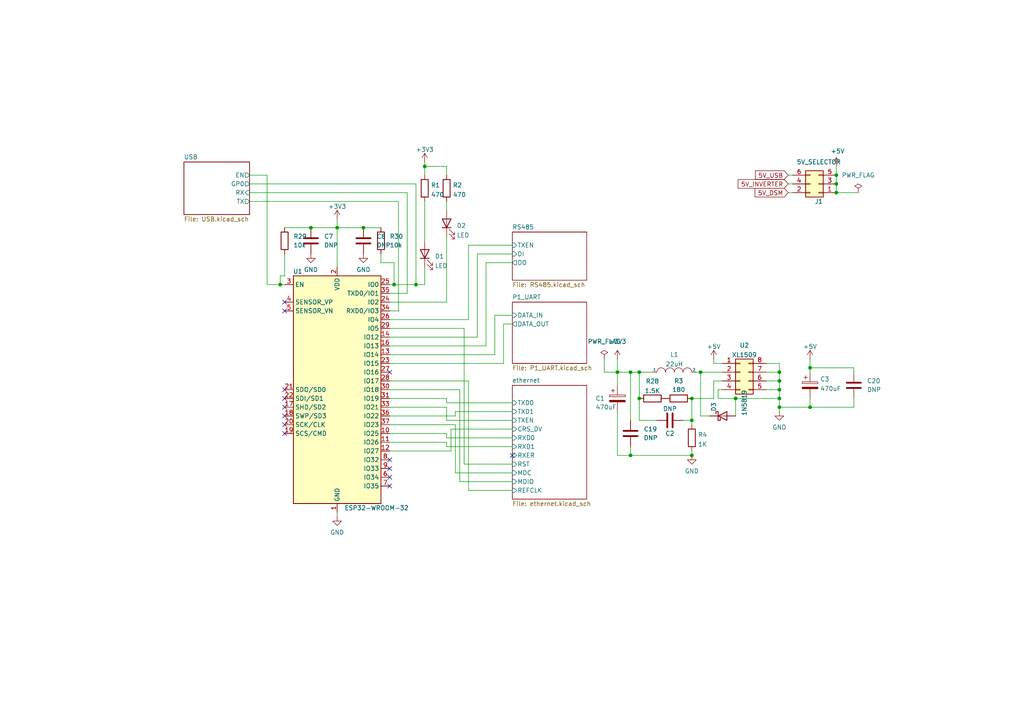
<source format=kicad_sch>
(kicad_sch (version 20211123) (generator eeschema)
  (paper "A4")
  (lib_symbols
    (symbol "Connector_Generic:Conn_02x03_Odd_Even" (pin_names (offset 1.016) hide)
      (property "Reference" "J" (at 1.27 5.08 0))
      (property "Value" "Conn_02x03_Odd_Even" (at 1.27 -5.08 0))
      (symbol "Conn_02x03_Odd_Even_1_1"
        (rectangle (start -1.27 -2.413) (end 0 -2.667) (stroke (width 0.1524)))
        (rectangle (start -1.27 0.127) (end 0 -0.127) (stroke (width 0.1524)))
        (rectangle (start -1.27 2.667) (end 0 2.413) (stroke (width 0.1524)))
        (rectangle (start -1.27 3.81) (end 3.81 -3.81) (stroke (width 0.254)) (fill (type background)))
        (rectangle (start 3.81 -2.413) (end 2.54 -2.667) (stroke (width 0.1524)))
        (rectangle (start 3.81 0.127) (end 2.54 -0.127) (stroke (width 0.1524)))
        (rectangle (start 3.81 2.667) (end 2.54 2.413) (stroke (width 0.1524)))
        (pin passive line (at -5.08 2.54 0) (length 3.81) (name "Pin_1") (number "1"))
        (pin passive line (at 7.62 2.54 180) (length 3.81) (name "Pin_2") (number "2"))
        (pin passive line (at -5.08 0 0) (length 3.81) (name "Pin_3") (number "3"))
        (pin passive line (at 7.62 0 180) (length 3.81) (name "Pin_4") (number "4"))
        (pin passive line (at -5.08 -2.54 0) (length 3.81) (name "Pin_5") (number "5"))
        (pin passive line (at 7.62 -2.54 180) (length 3.81) (name "Pin_6") (number "6"))
      )
    )
    (symbol "Connector_Generic:Conn_02x04_Counter_Clockwise" (pin_names (offset 1.016) hide)
      (property "Reference" "J" (at 1.27 5.08 0))
      (property "Value" "Conn_02x04_Counter_Clockwise" (at 1.27 -7.62 0))
      (symbol "Conn_02x04_Counter_Clockwise_1_1"
        (rectangle (start -1.27 -4.953) (end 0 -5.207) (stroke (width 0.1524)))
        (rectangle (start -1.27 -2.413) (end 0 -2.667) (stroke (width 0.1524)))
        (rectangle (start -1.27 0.127) (end 0 -0.127) (stroke (width 0.1524)))
        (rectangle (start -1.27 2.667) (end 0 2.413) (stroke (width 0.1524)))
        (rectangle (start -1.27 3.81) (end 3.81 -6.35) (stroke (width 0.254)) (fill (type background)))
        (rectangle (start 3.81 -4.953) (end 2.54 -5.207) (stroke (width 0.1524)))
        (rectangle (start 3.81 -2.413) (end 2.54 -2.667) (stroke (width 0.1524)))
        (rectangle (start 3.81 0.127) (end 2.54 -0.127) (stroke (width 0.1524)))
        (rectangle (start 3.81 2.667) (end 2.54 2.413) (stroke (width 0.1524)))
        (pin passive line (at -5.08 2.54 0) (length 3.81) (name "Pin_1") (number "1"))
        (pin passive line (at -5.08 0 0) (length 3.81) (name "Pin_2") (number "2"))
        (pin passive line (at -5.08 -2.54 0) (length 3.81) (name "Pin_3") (number "3"))
        (pin passive line (at -5.08 -5.08 0) (length 3.81) (name "Pin_4") (number "4"))
        (pin passive line (at 7.62 -5.08 180) (length 3.81) (name "Pin_5") (number "5"))
        (pin passive line (at 7.62 -2.54 180) (length 3.81) (name "Pin_6") (number "6"))
        (pin passive line (at 7.62 0 180) (length 3.81) (name "Pin_7") (number "7"))
        (pin passive line (at 7.62 2.54 180) (length 3.81) (name "Pin_8") (number "8"))
      )
    )
    (symbol "Device:C" (pin_numbers hide) (pin_names (offset 0.254))
      (property "Reference" "C" (at 0.635 2.54 0))
      (property "Value" "C" (at 0.635 -2.54 0))
      (symbol "C_0_1"
        (polyline (pts (xy -2.032 -0.762) (xy 2.032 -0.762)) (stroke (width 0.508)))
        (polyline (pts (xy -2.032 0.762) (xy 2.032 0.762)) (stroke (width 0.508)))
      )
      (symbol "C_1_1"
        (pin passive line (at 0 3.81 270) (length 2.794) (name "~") (number "1"))
        (pin passive line (at 0 -3.81 90) (length 2.794) (name "~") (number "2"))
      )
    )
    (symbol "Device:C_Polarized" (pin_numbers hide) (pin_names (offset 0.254))
      (property "Reference" "C" (at 0.635 2.54 0))
      (property "Value" "C_Polarized" (at 0.635 -2.54 0))
      (symbol "C_Polarized_0_1"
        (rectangle (start -2.286 0.508) (end 2.286 1.016))
        (polyline (pts (xy -1.778 2.286) (xy -0.762 2.286)))
        (polyline (pts (xy -1.27 2.794) (xy -1.27 1.778)))
        (rectangle (start 2.286 -0.508) (end -2.286 -1.016) (fill (type outline)))
      )
      (symbol "C_Polarized_1_1"
        (pin passive line (at 0 3.81 270) (length 2.794) (name "~") (number "1"))
        (pin passive line (at 0 -3.81 90) (length 2.794) (name "~") (number "2"))
      )
    )
    (symbol "Device:LED" (pin_numbers hide) (pin_names (offset 1.016) hide)
      (property "Reference" "D" (at 0 2.54 0))
      (property "Value" "LED" (at 0 -2.54 0))
      (symbol "LED_0_1"
        (polyline (pts (xy -1.27 -1.27) (xy -1.27 1.27)) (stroke (width 0.254)))
        (polyline (pts (xy -1.27 0) (xy 1.27 0)))
        (polyline (pts (xy 1.27 -1.27) (xy 1.27 1.27) (xy -1.27 0) (xy 1.27 -1.27)) (stroke (width 0.254)))
        (polyline (pts (xy -3.048 -0.762) (xy -4.572 -2.286) (xy -3.81 -2.286) (xy -4.572 -2.286) (xy -4.572 -1.524)))
        (polyline (pts (xy -1.778 -0.762) (xy -3.302 -2.286) (xy -2.54 -2.286) (xy -3.302 -2.286) (xy -3.302 -1.524)))
      )
      (symbol "LED_1_1"
        (pin passive line (at -3.81 0 0) (length 2.54) (name "K") (number "1"))
        (pin passive line (at 3.81 0 180) (length 2.54) (name "A") (number "2"))
      )
    )
    (symbol "Device:R" (pin_numbers hide) (pin_names (offset 0))
      (property "Reference" "R" (at 2.032 0 90))
      (property "Value" "R" (at 0 0 90))
      (symbol "R_0_1"
        (rectangle (start -1.016 -2.54) (end 1.016 2.54) (stroke (width 0.254)))
      )
      (symbol "R_1_1"
        (pin passive line (at 0 3.81 270) (length 1.27) (name "~") (number "1"))
        (pin passive line (at 0 -3.81 90) (length 1.27) (name "~") (number "2"))
      )
    )
    (symbol "Diode:1N5819" (pin_numbers hide) (pin_names (offset 1.016) hide)
      (property "Reference" "D" (at 0 2.54 0))
      (property "Value" "1N5819" (at 0 -2.54 0))
      (symbol "1N5819_0_1"
        (polyline (pts (xy 1.27 0) (xy -1.27 0)))
        (polyline (pts (xy 1.27 1.27) (xy 1.27 -1.27) (xy -1.27 0) (xy 1.27 1.27)) (stroke (width 0.254)))
        (polyline (pts (xy -1.905 0.635) (xy -1.905 1.27) (xy -1.27 1.27) (xy -1.27 -1.27) (xy -0.635 -1.27) (xy -0.635 -0.635)) (stroke (width 0.254)))
      )
      (symbol "1N5819_1_1"
        (pin passive line (at -3.81 0 0) (length 2.54) (name "K") (number "1"))
        (pin passive line (at 3.81 0 180) (length 2.54) (name "A") (number "2"))
      )
    )
    (symbol "RF_Module:ESP32-WROOM-32"
      (property "Reference" "U" (at -12.7 34.29 0))
      (property "Value" "ESP32-WROOM-32" (at 1.27 34.29 0))
      (symbol "ESP32-WROOM-32_0_1"
        (rectangle (start -12.7 33.02) (end 12.7 -33.02) (stroke (width 0.254)) (fill (type background)))
      )
      (symbol "ESP32-WROOM-32_1_1"
        (pin power_in line (at 0 -35.56 90) (length 2.54) (name "GND") (number "1"))
        (pin bidirectional line (at 15.24 -12.7 180) (length 2.54) (name "IO25") (number "10"))
        (pin bidirectional line (at 15.24 -15.24 180) (length 2.54) (name "IO26") (number "11"))
        (pin bidirectional line (at 15.24 -17.78 180) (length 2.54) (name "IO27") (number "12"))
        (pin bidirectional line (at 15.24 10.16 180) (length 2.54) (name "IO14") (number "13"))
        (pin bidirectional line (at 15.24 15.24 180) (length 2.54) (name "IO12") (number "14"))
        (pin passive line (at 0 -35.56 90) (length 2.54) hide (name "GND") (number "15"))
        (pin bidirectional line (at 15.24 12.7 180) (length 2.54) (name "IO13") (number "16"))
        (pin bidirectional line (at -15.24 -5.08 0) (length 2.54) (name "SHD/SD2") (number "17"))
        (pin bidirectional line (at -15.24 -7.62 0) (length 2.54) (name "SWP/SD3") (number "18"))
        (pin bidirectional line (at -15.24 -12.7 0) (length 2.54) (name "SCS/CMD") (number "19"))
        (pin power_in line (at 0 35.56 270) (length 2.54) (name "VDD") (number "2"))
        (pin bidirectional line (at -15.24 -10.16 0) (length 2.54) (name "SCK/CLK") (number "20"))
        (pin bidirectional line (at -15.24 0 0) (length 2.54) (name "SDO/SD0") (number "21"))
        (pin bidirectional line (at -15.24 -2.54 0) (length 2.54) (name "SDI/SD1") (number "22"))
        (pin bidirectional line (at 15.24 7.62 180) (length 2.54) (name "IO15") (number "23"))
        (pin bidirectional line (at 15.24 25.4 180) (length 2.54) (name "IO2") (number "24"))
        (pin bidirectional line (at 15.24 30.48 180) (length 2.54) (name "IO0") (number "25"))
        (pin bidirectional line (at 15.24 20.32 180) (length 2.54) (name "IO4") (number "26"))
        (pin bidirectional line (at 15.24 5.08 180) (length 2.54) (name "IO16") (number "27"))
        (pin bidirectional line (at 15.24 2.54 180) (length 2.54) (name "IO17") (number "28"))
        (pin bidirectional line (at 15.24 17.78 180) (length 2.54) (name "IO5") (number "29"))
        (pin input line (at -15.24 30.48 0) (length 2.54) (name "EN") (number "3"))
        (pin bidirectional line (at 15.24 0 180) (length 2.54) (name "IO18") (number "30"))
        (pin bidirectional line (at 15.24 -2.54 180) (length 2.54) (name "IO19") (number "31"))
        (pin no_connect line (at -12.7 -27.94 0) (length 2.54) hide (name "NC") (number "32"))
        (pin bidirectional line (at 15.24 -5.08 180) (length 2.54) (name "IO21") (number "33"))
        (pin bidirectional line (at 15.24 22.86 180) (length 2.54) (name "RXD0/IO3") (number "34"))
        (pin bidirectional line (at 15.24 27.94 180) (length 2.54) (name "TXD0/IO1") (number "35"))
        (pin bidirectional line (at 15.24 -7.62 180) (length 2.54) (name "IO22") (number "36"))
        (pin bidirectional line (at 15.24 -10.16 180) (length 2.54) (name "IO23") (number "37"))
        (pin passive line (at 0 -35.56 90) (length 2.54) hide (name "GND") (number "38"))
        (pin passive line (at 0 -35.56 90) (length 2.54) hide (name "GND") (number "39"))
        (pin input line (at -15.24 25.4 0) (length 2.54) (name "SENSOR_VP") (number "4"))
        (pin input line (at -15.24 22.86 0) (length 2.54) (name "SENSOR_VN") (number "5"))
        (pin input line (at 15.24 -25.4 180) (length 2.54) (name "IO34") (number "6"))
        (pin input line (at 15.24 -27.94 180) (length 2.54) (name "IO35") (number "7"))
        (pin bidirectional line (at 15.24 -20.32 180) (length 2.54) (name "IO32") (number "8"))
        (pin bidirectional line (at 15.24 -22.86 180) (length 2.54) (name "IO33") (number "9"))
      )
    )
    (symbol "power:+3.3V" (power) (pin_names (offset 0))
      (property "Value" "+3.3V" (at 0 3.556 0))
      (symbol "+3.3V_0_1"
        (polyline (pts (xy -0.762 1.27) (xy 0 2.54)))
        (polyline (pts (xy 0 0) (xy 0 2.54)))
        (polyline (pts (xy 0 2.54) (xy 0.762 1.27)))
      )
      (symbol "+3.3V_1_1"
        (pin power_in line (at 0 0 90) (length 0) hide (name "+3V3") (number "1"))
      )
    )
    (symbol "power:+5V" (power) (pin_names (offset 0))
      (property "Value" "+5V" (at 0 3.556 0))
      (symbol "+5V_0_1"
        (polyline (pts (xy -0.762 1.27) (xy 0 2.54)))
        (polyline (pts (xy 0 0) (xy 0 2.54)))
        (polyline (pts (xy 0 2.54) (xy 0.762 1.27)))
      )
      (symbol "+5V_1_1"
        (pin power_in line (at 0 0 90) (length 0) hide (name "+5V") (number "1"))
      )
    )
    (symbol "power:GND" (power) (pin_names (offset 0))
      (property "Value" "GND" (at 0 -3.81 0))
      (symbol "GND_0_1"
        (polyline (pts (xy 0 0) (xy 0 -1.27) (xy 1.27 -1.27) (xy 0 -2.54) (xy -1.27 -1.27) (xy 0 -1.27)))
      )
      (symbol "GND_1_1"
        (pin power_in line (at 0 0 270) (length 0) hide (name "GND") (number "1"))
      )
    )
    (symbol "power:PWR_FLAG" (power) (pin_numbers hide) (pin_names (offset 0) hide)
      (property "Value" "PWR_FLAG" (at 0 3.81 0))
      (symbol "PWR_FLAG_0_0"
        (pin power_out line (at 0 0 90) (length 0) (name "pwr") (number "1"))
      )
      (symbol "PWR_FLAG_0_1"
        (polyline (pts (xy 0 0) (xy 0 1.27) (xy -1.016 1.905) (xy 0 2.54) (xy 1.016 1.905) (xy 0 1.27)))
      )
    )
    (symbol "pspice:INDUCTOR" (pin_numbers hide) (pin_names (offset 0))
      (property "Reference" "L" (at 0 2.54 0))
      (property "Value" "INDUCTOR" (at 0 -1.27 0))
      (symbol "INDUCTOR_0_1"
        (arc (start -2.54 0) (mid -3.81 1.27) (end -5.08 0))
        (arc (start 0 0) (mid -1.27 1.27) (end -2.54 0))
        (arc (start 2.54 0) (mid 1.27 1.27) (end 0 0))
        (arc (start 5.08 0) (mid 3.81 1.27) (end 2.54 0))
      )
      (symbol "INDUCTOR_1_1"
        (pin input line (at -6.35 0 0) (length 1.27) (name "1") (number "1"))
        (pin input line (at 6.35 0 180) (length 1.27) (name "2") (number "2"))
      )
    )
  )
  (junction (at 226.06 118.11))
  (junction (at 182.88 132.08))
  (junction (at 242.57 50.8))
  (junction (at 182.88 107.95))
  (junction (at 226.06 110.49))
  (junction (at 234.95 106.68))
  (junction (at 105.41 66.04))
  (junction (at 226.06 115.57))
  (junction (at 203.2 107.95))
  (junction (at 123.19 48.26))
  (junction (at 97.79 66.04))
  (junction (at 90.17 66.04))
  (junction (at 226.06 107.95))
  (junction (at 120.65 82.55))
  (junction (at 242.57 53.34))
  (junction (at 185.42 107.95))
  (junction (at 185.42 115.57))
  (junction (at 226.06 113.03))
  (junction (at 179.07 107.95))
  (junction (at 200.66 121.92))
  (junction (at 213.36 115.57))
  (junction (at 81.28 82.55))
  (junction (at 234.95 118.11))
  (junction (at 114.3 82.55))
  (junction (at 200.66 132.08))
  (junction (at 242.57 55.88))
  (junction (at 200.66 115.57))
  (no_connect (at 148.59 132.08))
  (no_connect (at 113.03 133.35))
  (no_connect (at 113.03 135.89))
  (no_connect (at 113.03 140.97))
  (no_connect (at 113.03 138.43))
  (no_connect (at 82.55 123.19))
  (no_connect (at 82.55 125.73))
  (no_connect (at 113.03 107.95))
  (no_connect (at 82.55 113.03))
  (no_connect (at 82.55 115.57))
  (no_connect (at 82.55 118.11))
  (no_connect (at 82.55 120.65))
  (no_connect (at 82.55 87.63))
  (no_connect (at 82.55 90.17))
  (wire (pts (xy 113.03 105.41) (xy 146.05 105.41)))
  (wire (pts (xy 129.54 116.84) (xy 129.54 115.57)))
  (wire (pts (xy 129.54 87.63) (xy 113.03 87.63)))
  (wire (pts (xy 72.39 58.42) (xy 115.57 58.42)))
  (wire (pts (xy 123.19 77.47) (xy 123.19 82.55)))
  (wire (pts (xy 148.59 142.24) (xy 135.89 142.24)))
  (wire (pts (xy 203.2 120.65) (xy 203.2 107.95)))
  (wire (pts (xy 113.03 110.49) (xy 135.89 110.49)))
  (wire (pts (xy 146.05 93.98) (xy 148.59 93.98)))
  (wire (pts (xy 148.59 134.62) (xy 134.62 134.62)))
  (wire (pts (xy 148.59 91.44) (xy 143.51 91.44)))
  (wire (pts (xy 203.2 107.95) (xy 209.55 107.95)))
  (wire (pts (xy 148.59 139.7) (xy 133.35 139.7)))
  (wire (pts (xy 118.11 85.09) (xy 113.03 85.09)))
  (wire (pts (xy 234.95 106.68) (xy 247.65 106.68)))
  (wire (pts (xy 228.6 50.8) (xy 229.87 50.8)))
  (wire (pts (xy 113.03 123.19) (xy 132.08 123.19)))
  (wire (pts (xy 135.89 71.12) (xy 148.59 71.12)))
  (wire (pts (xy 226.06 107.95) (xy 226.06 110.49)))
  (wire (pts (xy 182.88 132.08) (xy 200.66 132.08)))
  (wire (pts (xy 140.97 76.2) (xy 148.59 76.2)))
  (wire (pts (xy 115.57 58.42) (xy 115.57 90.17)))
  (wire (pts (xy 222.25 113.03) (xy 226.06 113.03)))
  (wire (pts (xy 140.97 100.33) (xy 140.97 76.2)))
  (wire (pts (xy 129.54 127) (xy 129.54 125.73)))
  (wire (pts (xy 130.81 130.81) (xy 113.03 130.81)))
  (wire (pts (xy 247.65 115.57) (xy 247.65 118.11)))
  (wire (pts (xy 209.55 110.49) (xy 207.01 110.49)))
  (wire (pts (xy 129.54 121.92) (xy 148.59 121.92)))
  (wire (pts (xy 209.55 113.03) (xy 208.28 113.03)))
  (wire (pts (xy 242.57 53.34) (xy 242.57 55.88)))
  (wire (pts (xy 234.95 106.68) (xy 234.95 107.95)))
  (wire (pts (xy 226.06 105.41) (xy 226.06 107.95)))
  (wire (pts (xy 129.54 125.73) (xy 113.03 125.73)))
  (wire (pts (xy 143.51 91.44) (xy 143.51 102.87)))
  (wire (pts (xy 226.06 110.49) (xy 226.06 113.03)))
  (wire (pts (xy 120.65 53.34) (xy 120.65 82.55)))
  (wire (pts (xy 82.55 80.01) (xy 81.28 80.01)))
  (wire (pts (xy 132.08 119.38) (xy 132.08 120.65)))
  (wire (pts (xy 182.88 107.95) (xy 179.07 107.95)))
  (wire (pts (xy 77.47 82.55) (xy 81.28 82.55)))
  (wire (pts (xy 208.28 115.57) (xy 213.36 115.57)))
  (wire (pts (xy 213.36 115.57) (xy 226.06 115.57)))
  (wire (pts (xy 205.74 120.65) (xy 203.2 120.65)))
  (wire (pts (xy 72.39 53.34) (xy 120.65 53.34)))
  (wire (pts (xy 72.39 55.88) (xy 118.11 55.88)))
  (wire (pts (xy 200.66 130.81) (xy 200.66 132.08)))
  (wire (pts (xy 81.28 80.01) (xy 81.28 82.55)))
  (wire (pts (xy 148.59 119.38) (xy 132.08 119.38)))
  (wire (pts (xy 97.79 66.04) (xy 105.41 66.04)))
  (wire (pts (xy 148.59 73.66) (xy 138.43 73.66)))
  (wire (pts (xy 175.26 104.14) (xy 175.26 107.95)))
  (wire (pts (xy 130.81 124.46) (xy 130.81 130.81)))
  (wire (pts (xy 175.26 107.95) (xy 179.07 107.95)))
  (wire (pts (xy 222.25 107.95) (xy 226.06 107.95)))
  (wire (pts (xy 118.11 55.88) (xy 118.11 85.09)))
  (wire (pts (xy 113.03 92.71) (xy 135.89 92.71)))
  (wire (pts (xy 201.93 107.95) (xy 203.2 107.95)))
  (wire (pts (xy 134.62 95.25) (xy 113.03 95.25)))
  (wire (pts (xy 114.3 76.2) (xy 114.3 82.55)))
  (wire (pts (xy 123.19 48.26) (xy 123.19 50.8)))
  (wire (pts (xy 129.54 48.26) (xy 129.54 50.8)))
  (wire (pts (xy 115.57 90.17) (xy 113.03 90.17)))
  (wire (pts (xy 242.57 50.8) (xy 242.57 53.34)))
  (wire (pts (xy 207.01 105.41) (xy 209.55 105.41)))
  (wire (pts (xy 200.66 115.57) (xy 207.01 115.57)))
  (wire (pts (xy 132.08 123.19) (xy 132.08 137.16)))
  (wire (pts (xy 110.49 73.66) (xy 110.49 76.2)))
  (wire (pts (xy 226.06 118.11) (xy 234.95 118.11)))
  (wire (pts (xy 133.35 139.7) (xy 133.35 113.03)))
  (wire (pts (xy 135.89 110.49) (xy 135.89 142.24)))
  (wire (pts (xy 185.42 107.95) (xy 185.42 115.57)))
  (wire (pts (xy 132.08 137.16) (xy 148.59 137.16)))
  (wire (pts (xy 200.66 121.92) (xy 200.66 123.19)))
  (wire (pts (xy 182.88 107.95) (xy 182.88 121.92)))
  (wire (pts (xy 148.59 116.84) (xy 129.54 116.84)))
  (wire (pts (xy 138.43 97.79) (xy 113.03 97.79)))
  (wire (pts (xy 208.28 113.03) (xy 208.28 115.57)))
  (wire (pts (xy 179.07 132.08) (xy 182.88 132.08)))
  (wire (pts (xy 81.28 82.55) (xy 82.55 82.55)))
  (wire (pts (xy 189.23 107.95) (xy 185.42 107.95)))
  (wire (pts (xy 72.39 50.8) (xy 77.47 50.8)))
  (wire (pts (xy 113.03 118.11) (xy 129.54 118.11)))
  (wire (pts (xy 234.95 115.57) (xy 234.95 118.11)))
  (wire (pts (xy 179.07 107.95) (xy 179.07 111.76)))
  (wire (pts (xy 207.01 110.49) (xy 207.01 115.57)))
  (wire (pts (xy 242.57 48.26) (xy 242.57 50.8)))
  (wire (pts (xy 148.59 127) (xy 129.54 127)))
  (wire (pts (xy 129.54 118.11) (xy 129.54 121.92)))
  (wire (pts (xy 120.65 82.55) (xy 114.3 82.55)))
  (wire (pts (xy 132.08 120.65) (xy 113.03 120.65)))
  (wire (pts (xy 105.41 66.04) (xy 110.49 66.04)))
  (wire (pts (xy 129.54 68.58) (xy 129.54 87.63)))
  (wire (pts (xy 143.51 102.87) (xy 113.03 102.87)))
  (wire (pts (xy 247.65 118.11) (xy 234.95 118.11)))
  (wire (pts (xy 148.59 129.54) (xy 129.54 129.54)))
  (wire (pts (xy 185.42 121.92) (xy 190.5 121.92)))
  (wire (pts (xy 179.07 119.38) (xy 179.07 132.08)))
  (wire (pts (xy 113.03 100.33) (xy 140.97 100.33)))
  (wire (pts (xy 185.42 107.95) (xy 182.88 107.95)))
  (wire (pts (xy 226.06 113.03) (xy 226.06 115.57)))
  (wire (pts (xy 247.65 106.68) (xy 247.65 107.95)))
  (wire (pts (xy 228.6 53.34) (xy 229.87 53.34)))
  (wire (pts (xy 213.36 115.57) (xy 213.36 120.65)))
  (wire (pts (xy 226.06 118.11) (xy 226.06 119.38)))
  (wire (pts (xy 129.54 58.42) (xy 129.54 60.96)))
  (wire (pts (xy 114.3 82.55) (xy 113.03 82.55)))
  (wire (pts (xy 234.95 104.14) (xy 234.95 106.68)))
  (wire (pts (xy 185.42 115.57) (xy 185.42 121.92)))
  (wire (pts (xy 146.05 105.41) (xy 146.05 93.98)))
  (wire (pts (xy 135.89 92.71) (xy 135.89 71.12)))
  (wire (pts (xy 207.01 104.14) (xy 207.01 105.41)))
  (wire (pts (xy 198.12 121.92) (xy 200.66 121.92)))
  (wire (pts (xy 97.79 66.04) (xy 97.79 77.47)))
  (wire (pts (xy 138.43 73.66) (xy 138.43 97.79)))
  (wire (pts (xy 222.25 105.41) (xy 226.06 105.41)))
  (wire (pts (xy 123.19 48.26) (xy 129.54 48.26)))
  (wire (pts (xy 82.55 66.04) (xy 90.17 66.04)))
  (wire (pts (xy 123.19 46.99) (xy 123.19 48.26)))
  (wire (pts (xy 182.88 129.54) (xy 182.88 132.08)))
  (wire (pts (xy 97.79 63.5) (xy 97.79 66.04)))
  (wire (pts (xy 123.19 82.55) (xy 120.65 82.55)))
  (wire (pts (xy 134.62 134.62) (xy 134.62 95.25)))
  (wire (pts (xy 226.06 115.57) (xy 226.06 118.11)))
  (wire (pts (xy 77.47 50.8) (xy 77.47 82.55)))
  (wire (pts (xy 129.54 129.54) (xy 129.54 128.27)))
  (wire (pts (xy 129.54 128.27) (xy 113.03 128.27)))
  (wire (pts (xy 222.25 110.49) (xy 226.06 110.49)))
  (wire (pts (xy 228.6 55.88) (xy 229.87 55.88)))
  (wire (pts (xy 123.19 58.42) (xy 123.19 69.85)))
  (wire (pts (xy 82.55 73.66) (xy 82.55 80.01)))
  (wire (pts (xy 129.54 115.57) (xy 113.03 115.57)))
  (wire (pts (xy 179.07 104.14) (xy 179.07 107.95)))
  (wire (pts (xy 242.57 55.88) (xy 248.92 55.88)))
  (wire (pts (xy 133.35 113.03) (xy 113.03 113.03)))
  (wire (pts (xy 97.79 148.59) (xy 97.79 149.86)))
  (wire (pts (xy 200.66 115.57) (xy 200.66 121.92)))
  (wire (pts (xy 148.59 124.46) (xy 130.81 124.46)))
  (wire (pts (xy 90.17 66.04) (xy 97.79 66.04)))
  (wire (pts (xy 110.49 76.2) (xy 114.3 76.2)))
  (global_label "5V_USB" (shape input) (at 228.6 50.8 180) (property "Intersheet References" "${INTERSHEET_REFS}" (effects hide)))
  (global_label "5V_DSM" (shape input) (at 228.6 55.88 180) (property "Intersheet References" "${INTERSHEET_REFS}" (effects hide)))
  (global_label "5V_INVERTER" (shape input) (at 228.6 53.34 180) (property "Intersheet References" "${INTERSHEET_REFS}" (effects hide)))
  (symbol (lib_id "RF_Module:ESP32-WROOM-32") (at 97.79 113.03 0) (unit 1)
    (property "Reference" "U1" (at 86.36 78.74 0))
    (property "Value" "ESP32-WROOM-32" (at 109.22 147.32 0))
    (property "Footprint" "RF_Module:ESP32-WROOM-32" (effects hide))
    (property "Datasheet" "https://www.espressif.com/sites/default/files/documentation/esp32-wroom-32_datasheet_en.pdf" (effects hide))
    (property "LCSC" "C82899" (effects hide))
    (property "JLCPCB_CORRECTION" "0; 0.8; 270" (effects hide))
  )
  (symbol (lib_id "Connector_Generic:Conn_02x03_Odd_Even") (at 237.49 53.34 180) (unit 1)
    (property "Reference" "J1" (at 237.49 58.42 0))
    (property "Value" "5V_SELECTOR" (at 237.49 46.99 0))
    (property "Footprint" "Connector_PinHeader_2.54mm:PinHeader_2x03_P2.54mm_Horizontal" (effects hide))
  )
  (symbol (lib_id "power:+5V") (at 242.57 48.26 0) (unit 1)
    (property "Reference" "#PWR0101" (effects hide))
    (property "Value" "+5V" (at 242.951 43.8658 0))
  )
  (symbol (lib_id "Device:C") (at 247.65 111.76 0) (unit 1)
    (property "Reference" "C20" (at 251.46 110.4899 0) (effects (justify left)))
    (property "Value" "DNP" (at 251.46 113.0299 0) (effects (justify left)))
    (property "Footprint" "Capacitor_SMD:C_0603_1608Metric" (effects hide))
  )
  (symbol (lib_id "Device:R") (at 110.49 69.85 0) (unit 1)
    (property "Reference" "R30" (at 113.03 68.5799 0) (effects (justify left)))
    (property "Value" "10k" (at 113.03 71.1199 0) (effects (justify left)))
    (property "Footprint" "Resistor_SMD:R_0603_1608Metric" (effects hide))
  )
  (symbol (lib_id "Device:R") (at 200.66 127 0) (unit 1)
    (property "Reference" "R4" (at 202.438 126.0915 0) (effects (justify left)))
    (property "Value" "1K" (at 202.438 128.8666 0) (effects (justify left)))
    (property "Footprint" "Resistor_SMD:R_0603_1608Metric" (effects hide))
    (property "LCSC" "C21190" (effects hide))
  )
  (symbol (lib_id "Device:C") (at 105.41 69.85 0) (unit 1)
    (property "Reference" "C8" (at 109.22 68.5799 0) (effects (justify left)))
    (property "Value" "DNP" (at 109.22 71.1199 0) (effects (justify left)))
    (property "Footprint" "Capacitor_SMD:C_0603_1608Metric" (effects hide))
  )
  (symbol (lib_id "power:+3.3V") (at 123.19 46.99 0) (unit 1)
    (property "Reference" "#PWR0103" (effects hide))
    (property "Value" "+3.3V" (at 123.19 43.3855 0))
  )
  (symbol (lib_id "power:GND") (at 90.17 73.66 0) (unit 1)
    (property "Reference" "#PWR0144" (effects hide))
    (property "Value" "GND" (at 90.17 78.2225 0))
  )
  (symbol (lib_id "power:GND") (at 200.66 132.08 0) (unit 1)
    (property "Reference" "#PWR0105" (effects hide))
    (property "Value" "GND" (at 200.66 136.6425 0))
  )
  (symbol (lib_id "pspice:INDUCTOR") (at 195.58 107.95 0) (unit 1)
    (property "Reference" "L1" (at 195.58 102.8405 0))
    (property "Value" "22uH" (at 195.58 105.6156 0))
    (property "Footprint" "Inductor_SMD:L_Taiyo-Yuden_NR-40xx" (effects hide))
    (property "LCSC" "C83472" (effects hide))
  )
  (symbol (lib_id "power:GND") (at 97.79 149.86 0) (unit 1)
    (property "Reference" "#PWR0141" (effects hide))
    (property "Value" "GND" (at 97.79 154.4225 0))
  )
  (symbol (lib_id "power:+3.3V") (at 179.07 104.14 0) (unit 1)
    (property "Reference" "#PWR0140" (effects hide))
    (property "Value" "+3.3V" (at 179.07 99.06 0))
  )
  (symbol (lib_id "power:+5V") (at 234.95 104.14 0) (unit 1)
    (property "Reference" "#PWR0102" (effects hide))
    (property "Value" "+5V" (at 234.95 100.5355 0))
  )
  (symbol (lib_id "power:PWR_FLAG") (at 175.26 104.14 0) (unit 1)
    (property "Reference" "#FLG0102" (effects hide))
    (property "Value" "PWR_FLAG" (at 175.26 99.06 0))
  )
  (symbol (lib_id "Device:R") (at 129.54 54.61 0) (unit 1)
    (property "Reference" "R2" (at 131.318 53.7015 0) (effects (justify left)))
    (property "Value" "470" (at 131.318 56.4766 0) (effects (justify left)))
    (property "Footprint" "Resistor_SMD:R_0603_1608Metric" (effects hide))
    (property "LCSC" "C23179" (effects hide))
  )
  (symbol (lib_id "Diode:1N5819") (at 209.55 120.65 0) (unit 1)
    (property "Reference" "D3" (at 207.01 119.38 90) (effects (justify left)))
    (property "Value" "1N5819" (at 215.9 120.65 90) (effects (justify left)))
    (property "Footprint" "Diode_SMD:D_SOD-323" (effects hide))
    (property "Datasheet" "http://www.vishay.com/docs/88525/1n5817.pdf" (effects hide))
    (property "LCSC" "C191023" (effects hide))
  )
  (symbol (lib_id "Connector_Generic:Conn_02x04_Counter_Clockwise") (at 214.63 107.95 0) (unit 1)
    (property "Reference" "U2" (at 215.9 100.1735 0))
    (property "Value" "XL1509" (at 215.9 102.9486 0))
    (property "Footprint" "Package_SO:SOP-8_3.9x4.9mm_P1.27mm" (effects hide))
    (property "LCSC" "C74192" (effects hide))
    (property "JLCPCB_CORRECTION" "0; 0; 270" (effects hide))
  )
  (symbol (lib_id "power:GND") (at 226.06 119.38 0) (unit 1)
    (property "Reference" "#PWR0104" (effects hide))
    (property "Value" "GND" (at 226.06 123.9425 0))
  )
  (symbol (lib_id "Device:C_Polarized") (at 179.07 115.57 0) (unit 1)
    (property "Reference" "C1" (at 172.72 115.57 0) (effects (justify left)))
    (property "Value" "470uF" (at 172.72 118.11 0) (effects (justify left)))
    (property "Footprint" "Capacitor_THT:CP_Radial_D8.0mm_P3.50mm" (effects hide))
    (property "LCSC" "C1590895" (effects hide))
  )
  (symbol (lib_id "Device:R") (at 82.55 69.85 0) (unit 1)
    (property "Reference" "R29" (at 85.09 68.5799 0) (effects (justify left)))
    (property "Value" "10k" (at 85.09 71.1199 0) (effects (justify left)))
    (property "Footprint" "Resistor_SMD:R_0603_1608Metric" (effects hide))
  )
  (symbol (lib_id "Device:C") (at 182.88 125.73 0) (unit 1)
    (property "Reference" "C19" (at 186.69 124.4599 0) (effects (justify left)))
    (property "Value" "DNP" (at 186.69 126.9999 0) (effects (justify left)))
    (property "Footprint" "Capacitor_SMD:C_0603_1608Metric" (effects hide))
  )
  (symbol (lib_id "Device:C") (at 194.31 121.92 90) (unit 1)
    (property "Reference" "C2" (at 194.31 125.73 90))
    (property "Value" "DNP" (at 194.31 118.5696 90))
    (property "Footprint" "Capacitor_SMD:C_0603_1608Metric" (effects hide))
  )
  (symbol (lib_id "Device:LED") (at 123.19 73.66 90) (unit 1)
    (property "Reference" "D1" (at 126.111 74.339 90) (effects (justify right)))
    (property "Value" "LED" (at 126.111 77.1141 90) (effects (justify right)))
    (property "Footprint" "LED_SMD:LED_0805_2012Metric" (effects hide))
    (property "LCSC" "C84256" (effects hide))
  )
  (symbol (lib_id "power:PWR_FLAG") (at 248.92 55.88 0) (unit 1)
    (property "Reference" "#FLG0101" (effects hide))
    (property "Value" "PWR_FLAG" (at 248.92 50.8 0))
  )
  (symbol (lib_id "Device:R") (at 196.85 115.57 270) (unit 1)
    (property "Reference" "R3" (at 196.85 110.49 90))
    (property "Value" "180" (at 196.85 113.03 90))
    (property "Footprint" "Resistor_SMD:R_0603_1608Metric" (effects hide))
    (property "LCSC" "C22828" (effects hide))
  )
  (symbol (lib_id "power:+5V") (at 207.01 104.14 0) (unit 1)
    (property "Reference" "#PWR0106" (effects hide))
    (property "Value" "+5V" (at 207.01 100.5355 0))
  )
  (symbol (lib_id "Device:LED") (at 129.54 64.77 90) (unit 1)
    (property "Reference" "D2" (at 132.461 65.449 90) (effects (justify right)))
    (property "Value" "LED" (at 132.461 68.2241 90) (effects (justify right)))
    (property "Footprint" "LED_SMD:LED_0805_2012Metric" (effects hide))
    (property "LCSC" "C84256" (effects hide))
  )
  (symbol (lib_id "Device:R") (at 123.19 54.61 0) (unit 1)
    (property "Reference" "R1" (at 124.968 53.7015 0) (effects (justify left)))
    (property "Value" "470" (at 124.968 56.4766 0) (effects (justify left)))
    (property "Footprint" "Resistor_SMD:R_0603_1608Metric" (effects hide))
    (property "LCSC" "C23179" (effects hide))
  )
  (symbol (lib_id "Device:C") (at 90.17 69.85 0) (unit 1)
    (property "Reference" "C7" (at 93.98 68.5799 0) (effects (justify left)))
    (property "Value" "DNP" (at 93.98 71.1199 0) (effects (justify left)))
    (property "Footprint" "Capacitor_SMD:C_0603_1608Metric" (effects hide))
  )
  (symbol (lib_id "Device:C_Polarized") (at 234.95 111.76 0) (unit 1)
    (property "Reference" "C3" (at 237.871 109.9625 0) (effects (justify left)))
    (property "Value" "470uF" (at 237.871 112.7376 0) (effects (justify left)))
    (property "Footprint" "Capacitor_THT:CP_Radial_D8.0mm_P3.50mm" (effects hide))
    (property "LCSC" "C1590895" (effects hide))
  )
  (symbol (lib_id "power:+3.3V") (at 97.79 63.5 0) (unit 1)
    (property "Reference" "#PWR0121" (effects hide))
    (property "Value" "+3.3V" (at 97.79 59.8955 0))
  )
  (symbol (lib_id "Device:R") (at 189.23 115.57 270) (unit 1)
    (property "Reference" "R28" (at 189.23 110.5875 90))
    (property "Value" "1.5K" (at 189.23 113.3626 90))
    (property "Footprint" "Resistor_SMD:R_0603_1608Metric" (effects hide))
    (property "LCSC" "C22843" (effects hide))
  )
  (symbol (lib_id "power:GND") (at 105.41 73.66 0) (unit 1)
    (property "Reference" "#PWR0145" (effects hide))
    (property "Value" "GND" (at 105.41 78.2225 0))
  )
  (sheet (at 148.59 111.76) (size 21.59 33.02)
    (property "Sheet name" "ethernet" (at 148.59 111.0484 0) (effects (justify left bottom)))
    (property "Sheet file" "ethernet.kicad_sch" (at 148.59 145.3646 0) (effects (justify left top)))
    (pin "TXD1" input (at 148.59 119.38 180))
    (pin "TXEN" input (at 148.59 121.92 180))
    (pin "TXD0" input (at 148.59 116.84 180))
    (pin "CRS_DV" input (at 148.59 124.46 180))
    (pin "RXD0" input (at 148.59 127 180))
    (pin "MDIO" input (at 148.59 139.7 180))
    (pin "RXD1" input (at 148.59 129.54 180))
    (pin "MDC" input (at 148.59 137.16 180))
    (pin "RXER" input (at 148.59 132.08 180))
    (pin "RST" input (at 148.59 134.62 180))
    (pin "REFCLK" input (at 148.59 142.24 180))
  )
  (sheet (at 148.59 67.31) (size 21.59 13.97)
    (property "Sheet name" "RS485" (at 148.59 66.5984 0) (effects (justify left bottom)))
    (property "Sheet file" "RS485.kicad_sch" (at 148.59 81.8646 0) (effects (justify left top)))
    (pin "TXEN" input (at 148.59 71.12 180))
    (pin "DI" input (at 148.59 73.66 180))
    (pin "DO" output (at 148.59 76.2 180))
  )
  (sheet (at 148.59 87.63) (size 21.59 17.78)
    (property "Sheet name" "P1_UART" (at 148.59 86.9184 0) (effects (justify left bottom)))
    (property "Sheet file" "P1_UART.kicad_sch" (at 148.59 105.9946 0) (effects (justify left top)))
    (pin "DATA_IN" input (at 148.59 91.44 180))
    (pin "DATA_OUT" output (at 148.59 93.98 180))
  )
  (sheet (at 53.34 46.99) (size 19.05 15.24)
    (property "Sheet name" "USB" (at 53.34 46.2784 0) (effects (justify left bottom)))
    (property "Sheet file" "USB.kicad_sch" (at 53.34 62.8146 0) (effects (justify left top)))
    (pin "EN" output (at 72.39 50.8 0))
    (pin "GP0" output (at 72.39 53.34 0))
    (pin "RX" input (at 72.39 55.88 0))
    (pin "TX" output (at 72.39 58.42 0))
  )
)
</source>
